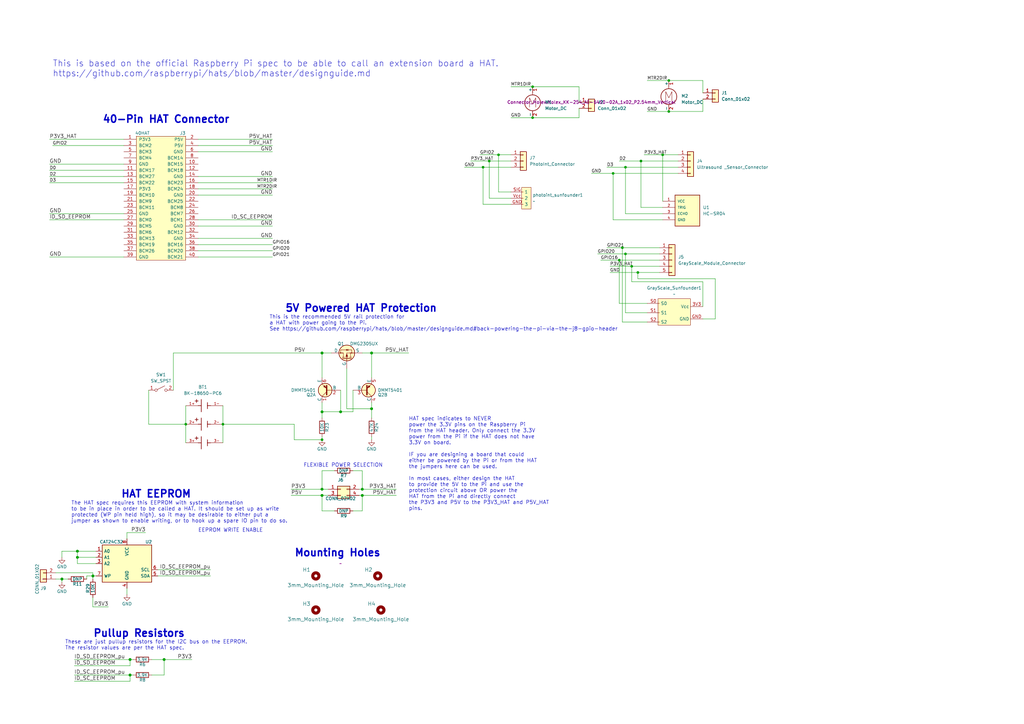
<source format=kicad_sch>
(kicad_sch (version 20250114) (generator "eeschema") (generator_version "9.0")
  (paper "A3")
  (title_block (title "Raspberry Pi HAT") (rev "A"))
  (lib_symbols
    (symbol "BK-18650-PC6:BK-18650-PC6" (pin_names (offset 1.016))
      (property "Reference" "BT" (at -3.81 11.43 0))
      (property "Value" "BK-18650-PC6" (at -3.81 -12.7 0))
      (symbol "BK-18650-PC6_0_0"
        (polyline (pts (xy -3.81 9.525) (xy -2.54 9.525)) (stroke (width 0.254)))
        (polyline (pts (xy -3.81 1.905) (xy -2.54 1.905)) (stroke (width 0.254)))
        (polyline (pts (xy -3.81 -5.715) (xy -2.54 -5.715)) (stroke (width 0.254)))
        (polyline (pts (xy -3.175 10.16) (xy -3.175 8.89)) (stroke (width 0.254)))
        (polyline (pts (xy -3.175 2.54) (xy -3.175 1.27)) (stroke (width 0.254)))
        (polyline (pts (xy -3.175 -5.08) (xy -3.175 -6.35)) (stroke (width 0.254)))
        (polyline (pts (xy -1.27 10.16) (xy -1.27 7.62)) (stroke (width 0.254)))
        (polyline (pts (xy -1.27 7.62) (xy -2.54 7.62)) (stroke (width 0.254)))
        (polyline (pts (xy -1.27 7.62) (xy -1.27 5.08)) (stroke (width 0.254)))
        (polyline (pts (xy -1.27 2.54) (xy -1.27 0)) (stroke (width 0.254)))
        (polyline (pts (xy -1.27 0) (xy -2.54 0)) (stroke (width 0.254)))
        (polyline (pts (xy -1.27 0) (xy -1.27 -2.54)) (stroke (width 0.254)))
        (polyline (pts (xy -1.27 -5.08) (xy -1.27 -7.62)) (stroke (width 0.254)))
        (polyline (pts (xy -1.27 -7.62) (xy -2.54 -7.62)) (stroke (width 0.254)))
        (polyline (pts (xy -1.27 -7.62) (xy -1.27 -10.16)) (stroke (width 0.254)))
        (polyline (pts (xy 1.27 8.89) (xy 1.27 7.62)) (stroke (width 0.254)))
        (polyline (pts (xy 1.27 7.62) (xy 1.27 6.35)) (stroke (width 0.254)))
        (polyline (pts (xy 1.27 7.62) (xy 2.54 7.62)) (stroke (width 0.254)))
        (polyline (pts (xy 1.27 1.27) (xy 1.27 0)) (stroke (width 0.254)))
        (polyline (pts (xy 1.27 0) (xy 1.27 -1.27)) (stroke (width 0.254)))
        (polyline (pts (xy 1.27 0) (xy 2.54 0)) (stroke (width 0.254)))
        (polyline (pts (xy 1.27 -6.35) (xy 1.27 -7.62)) (stroke (width 0.254)))
        (polyline (pts (xy 1.27 -7.62) (xy 1.27 -8.89)) (stroke (width 0.254)))
        (polyline (pts (xy 1.27 -7.62) (xy 2.54 -7.62)) (stroke (width 0.254)))
        (pin passive line (at -7.62 7.62 0) (length 5.08) (name "~") (number "1+"))
        (pin passive line (at -7.62 0 0) (length 5.08) (name "~") (number "2+"))
        (pin passive line (at -7.62 -7.62 0) (length 5.08) (name "~") (number "3+"))
        (pin passive line (at 7.62 7.62 180) (length 5.08) (name "~") (number "1-"))
        (pin passive line (at 7.62 0 180) (length 5.08) (name "~") (number "2-"))
        (pin passive line (at 7.62 -7.62 180) (length 5.08) (name "~") (number "3-"))
      )
    )
    (symbol "Conn_01x02_1" (pin_names (offset 1.016) (hide yes))
      (property "Reference" "J1" (at 2.54 0.0001 0))
      (property "Value" "Conn_01x02" (at 2.54 -2.5399 0))
      (symbol "Conn_01x02_1_1_1"
        (rectangle (start -1.27 1.27) (end 1.27 -3.81) (stroke (width 0.254)) (fill (type background)))
        (rectangle (start -1.27 0.127) (end 0 -0.127) (stroke (width 0.1524)))
        (rectangle (start -1.27 -2.413) (end 0 -2.667) (stroke (width 0.1524)))
        (pin input line (at -5.08 0 0) (length 3.81) (name "Pin_1") (number "1"))
        (pin power_in line (at -5.08 -2.54 0) (length 3.81) (name "Pin_2") (number "2"))
      )
    )
    (symbol "Conn_01x02_2" (pin_names (offset 1.016) (hide yes))
      (property "Reference" "J2" (at 2.54 0.0001 0))
      (property "Value" "Conn_01x02" (at 2.54 -2.5399 0))
      (symbol "Conn_01x02_2_1_1"
        (rectangle (start -1.27 1.27) (end 1.27 -3.81) (stroke (width 0.254)) (fill (type background)))
        (rectangle (start -1.27 0.127) (end 0 -0.127) (stroke (width 0.1524)))
        (rectangle (start -1.27 -2.413) (end 0 -2.667) (stroke (width 0.1524)))
        (pin input line (at -5.08 0 0) (length 3.81) (name "Pin_1") (number "1"))
        (pin power_in line (at -5.08 -2.54 0) (length 3.81) (name "Pin_2") (number "2"))
      )
    )
    (symbol "Connector_Generic:Conn_01x02" (pin_names (offset 1.016) (hide yes))
      (property "Reference" "J" (at 0 2.54 0))
      (property "Value" "Conn_01x02" (at 0 -5.08 0))
      (symbol "Conn_01x02_1_1"
        (rectangle (start -1.27 1.27) (end 1.27 -3.81) (stroke (width 0.254)) (fill (type background)))
        (rectangle (start -1.27 0.127) (end 0 -0.127) (stroke (width 0.1524)))
        (rectangle (start -1.27 -2.413) (end 0 -2.667) (stroke (width 0.1524)))
        (pin passive line (at -5.08 0 0) (length 3.81) (name "Pin_1") (number "1"))
        (pin passive line (at -5.08 -2.54 0) (length 3.81) (name "Pin_2") (number "2"))
      )
    )
    (symbol "Connector_Generic:Conn_01x03" (pin_names (offset 1.016) (hide yes))
      (property "Reference" "J7" (at 2.54 1.2701 0))
      (property "Value" "PhotoInt_Connector" (at 2.54 -1.2699 0))
      (symbol "Conn_01x03_1_1"
        (rectangle (start -1.27 3.81) (end 1.27 -3.81) (stroke (width 0.254)) (fill (type background)))
        (rectangle (start -1.27 2.667) (end 0 2.413) (stroke (width 0.1524)))
        (rectangle (start -1.27 0.127) (end 0 -0.127) (stroke (width 0.1524)))
        (rectangle (start -1.27 -2.413) (end 0 -2.667) (stroke (width 0.1524)))
        (pin output line (at -5.08 2.54 0) (length 3.81) (name "SIG") (number "1"))
        (pin power_in line (at -5.08 0 0) (length 3.81) (name "Vcc") (number "2"))
        (pin power_in line (at -5.08 -2.54 0) (length 3.81) (name "GND") (number "3"))
      )
    )
    (symbol "Connector_Generic:Conn_01x04" (pin_names (offset 1.016) (hide yes))
      (property "Reference" "J4" (at 2.54 0.0001 0))
      (property "Value" "Ultrasound _Sensor_Connector" (at 2.54 -2.5399 0))
      (symbol "Conn_01x04_1_1"
        (rectangle (start -1.27 3.81) (end 1.27 -6.35) (stroke (width 0.254)) (fill (type background)))
        (rectangle (start -1.27 2.667) (end 0 2.413) (stroke (width 0.1524)))
        (rectangle (start -1.27 0.127) (end 0 -0.127) (stroke (width 0.1524)))
        (rectangle (start -1.27 -2.413) (end 0 -2.667) (stroke (width 0.1524)))
        (rectangle (start -1.27 -4.953) (end 0 -5.207) (stroke (width 0.1524)))
        (pin power_in line (at -5.08 2.54 0) (length 3.81) (name "Vcc") (number "1"))
        (pin input line (at -5.08 0 0) (length 3.81) (name "Trig") (number "2"))
        (pin output line (at -5.08 -2.54 0) (length 3.81) (name "ECHO") (number "3"))
        (pin power_in line (at -5.08 -5.08 0) (length 3.81) (name "GND") (number "4"))
      )
    )
    (symbol "Connector_Generic:Conn_01x05" (pin_names (offset 1.016) (hide yes))
      (property "Reference" "J5" (at 2.54 1.2701 0))
      (property "Value" "GrayScale_Module_Connector" (at 2.54 -1.2699 0))
      (symbol "Conn_01x05_1_1"
        (rectangle (start -1.27 6.35) (end 1.27 -6.35) (stroke (width 0.254)) (fill (type background)))
        (rectangle (start -1.27 5.207) (end 0 4.953) (stroke (width 0.1524)))
        (rectangle (start -1.27 2.667) (end 0 2.413) (stroke (width 0.1524)))
        (rectangle (start -1.27 0.127) (end 0 -0.127) (stroke (width 0.1524)))
        (rectangle (start -1.27 -2.413) (end 0 -2.667) (stroke (width 0.1524)))
        (rectangle (start -1.27 -4.953) (end 0 -5.207) (stroke (width 0.1524)))
        (pin output line (at -5.08 5.08 0) (length 3.81) (name "S2") (number "1"))
        (pin output line (at -5.08 2.54 0) (length 3.81) (name "S1") (number "2"))
        (pin output line (at -5.08 0 0) (length 3.81) (name "S0") (number "3"))
        (pin power_in line (at -5.08 -2.54 0) (length 3.81) (name "3V3") (number "4"))
        (pin power_in line (at -5.08 -5.08 0) (length 3.81) (name "GND") (number "5"))
      )
    )
    (symbol "Connector_Generic:Conn_02x02_Odd_Even" (pin_names (offset 1.016) (hide yes))
      (property "Reference" "J" (at 1.27 2.54 0))
      (property "Value" "Conn_02x02_Odd_Even" (at 1.27 -5.08 0))
      (symbol "Conn_02x02_Odd_Even_1_1"
        (rectangle (start -1.27 1.27) (end 3.81 -3.81) (stroke (width 0.254)) (fill (type background)))
        (rectangle (start -1.27 0.127) (end 0 -0.127) (stroke (width 0.1524)))
        (rectangle (start -1.27 -2.413) (end 0 -2.667) (stroke (width 0.1524)))
        (rectangle (start 3.81 0.127) (end 2.54 -0.127) (stroke (width 0.1524)))
        (rectangle (start 3.81 -2.413) (end 2.54 -2.667) (stroke (width 0.1524)))
        (pin passive line (at -5.08 0 0) (length 3.81) (name "Pin_1") (number "1"))
        (pin passive line (at -5.08 -2.54 0) (length 3.81) (name "Pin_3") (number "3"))
        (pin passive line (at 7.62 0 180) (length 3.81) (name "Pin_2") (number "2"))
        (pin passive line (at 7.62 -2.54 180) (length 3.81) (name "Pin_4") (number "4"))
      )
    )
    (symbol "Custom_library:Grayscale_Sunfounder"
      (property "Reference" "GrayScale_Sunfounder" (at 0 0 0))
      (symbol "Grayscale_Sunfounder_1_1"
        (rectangle (start -5.715 -3.175) (end 7.62 -13.97) (fill (type color) (color 255 255 194 1)))
        (pin output line (at -10.16 -5.08 0) (length 5.08) (name "S0") (number "S0"))
        (pin output line (at -10.16 -8.89 0) (length 5.08) (name "S1") (number "S1"))
        (pin output line (at -10.16 -12.7 0) (length 5.08) (name "S2") (number "S2"))
        (pin power_in line (at 12.7 -6.35 180) (length 5.08) (name "Vcc") (number "3V3"))
        (pin power_in line (at 12.7 -11.43 180) (length 5.08) (name "GND") (number "GND"))
      )
    )
    (symbol "Custom_library:photointerupter_sunfounder"
      (property "Reference" "photoint_sunfounder" (at 0 0 0))
      (symbol "photointerupter_sunfounder_1_1"
        (rectangle (start -1.905 -1.905) (end 1.905 -10.795) (fill (type background)))
        (pin output line (at -6.35 -3.81 0) (length 5.08) (name "1") (number "SIG"))
        (pin power_in line (at -6.35 -6.35 0) (length 5.08) (name "2") (number "Vcc"))
        (pin power_in line (at -6.35 -8.89 0) (length 5.08) (name "3") (number "GND"))
      )
    )
    (symbol "Device:R" (pin_numbers (hide yes)) (pin_names (offset 0))
      (property "Reference" "R" (at 2.032 0 90))
      (property "Value" "R" (at 0 0 90))
      (symbol "R_0_1"
        (rectangle (start -1.016 -2.54) (end 1.016 2.54) (stroke (width 0.254)))
      )
      (symbol "R_1_1"
        (pin passive line (at 0 3.81 270) (length 1.27) (name "~") (number "1"))
        (pin passive line (at 0 -3.81 90) (length 1.27) (name "~") (number "2"))
      )
    )
    (symbol "HC-SR04:HC-SR04" (pin_names (offset 1.016))
      (property "Reference" "U" (at 0 5.0813 0))
      (property "Value" "HC-SR04" (at 0 -10.163 0))
      (symbol "HC-SR04_0_0"
        (rectangle (start 0 -7.62) (end 10.16 5.08) (stroke (width 0.254)) (fill (type background)))
        (pin power_in line (at -5.08 2.54 0) (length 5.08) (name "VCC") (number "1"))
        (pin bidirectional line (at -5.08 0 0) (length 5.08) (name "TRIG") (number "2"))
        (pin bidirectional line (at -5.08 -2.54 0) (length 5.08) (name "ECHO") (number "3"))
        (pin power_in line (at -5.08 -5.08 0) (length 5.08) (name "GND") (number "4"))
      )
    )
    (symbol "Mechanical:MountingHole" (pin_names (offset 1.016))
      (property "Reference" "H" (at 0 5.08 0))
      (property "Value" "MountingHole" (at 0 3.175 0))
      (symbol "MountingHole_0_1"
        (circle (center 0 0) (radius 1.27) (stroke (width 1.27)))
      )
    )
    (symbol "Motor:Motor_DC" (pin_names (offset 0))
      (property "Reference" "M" (at 2.54 2.54 0))
      (property "Value" "Motor_DC" (at 2.54 -5.08 0))
      (symbol "Motor_DC_0_0"
        (polyline (pts (xy -1.27 -3.302) (xy -1.27 0.508) (xy 0 -2.032) (xy 1.27 0.508) (xy 1.27 -3.302)))
      )
      (symbol "Motor_DC_0_1"
        (polyline (pts (xy 0 2.032) (xy 0 2.54)))
        (polyline (pts (xy 0 1.7272) (xy 0 2.0828)))
        (circle (center 0 -1.524) (radius 3.2512) (stroke (width 0.254)))
        (polyline (pts (xy 0 -4.7752) (xy 0 -5.1816)))
        (polyline (pts (xy 0 -7.62) (xy 0 -7.112)))
      )
      (symbol "Motor_DC_1_1"
        (pin passive line (at 0 5.08 270) (length 2.54) (name "+") (number "1"))
        (pin passive line (at 0 -7.62 90) (length 2.54) (name "-") (number "2"))
      )
    )
    (symbol "Switch:SW_SPST" (pin_names (offset 0) (hide yes))
      (property "Reference" "SW" (at 0 3.175 0))
      (property "Value" "SW_SPST" (at 0 -2.54 0))
      (symbol "SW_SPST_0_0"
        (circle (center -2.032 0) (radius 0.508))
        (polyline (pts (xy -1.524 0.254) (xy 1.524 1.778)))
        (circle (center 2.032 0) (radius 0.508))
      )
      (symbol "SW_SPST_1_1"
        (pin passive line (at -5.08 0 0) (length 2.54) (name "A") (number "1"))
        (pin passive line (at 5.08 0 180) (length 2.54) (name "B") (number "2"))
      )
    )
    (symbol "power:GND" (power) (pin_names (offset 0))
      (property "Value" "GND" (at 0 -3.81 0))
      (symbol "GND_0_1"
        (polyline (pts (xy 0 0) (xy 0 -1.27) (xy 1.27 -1.27) (xy 0 -2.54) (xy -1.27 -1.27) (xy 0 -1.27)))
      )
      (symbol "GND_1_1"
        (pin power_in line (at 0 0 270) (length 0) (hide yes) (name "GND") (number "1"))
      )
    )
    (symbol "raspberrypi_hat:CAT24C32" (pin_names (offset 0.762))
      (property "Reference" "U" (at -8.89 8.89 0))
      (property "Value" "CAT24C32" (at 6.35 8.89 0))
      (symbol "CAT24C32_0_0"
        (pin power_in line (at 0 10.16 270) (length 2.54) (name "VCC") (number "8"))
        (pin power_in line (at 0 -10.16 90) (length 2.54) (name "GND") (number "4"))
      )
      (symbol "CAT24C32_1_1"
        (rectangle (start -10.16 -7.62) (end 10.16 7.62) (stroke (width 0.254)) (fill (type background)))
        (pin input line (at -12.7 5.08 0) (length 2.54) (name "A0") (number "1"))
        (pin input line (at -12.7 2.54 0) (length 2.54) (name "A1") (number "2"))
        (pin input line (at -12.7 0 0) (length 2.54) (name "A2") (number "3"))
        (pin input line (at -12.7 -5.08 0) (length 2.54) (name "WP") (number "7"))
        (pin input line (at 12.7 -2.54 180) (length 2.54) (name "SCL") (number "6"))
        (pin bidirectional line (at 12.7 -5.08 180) (length 2.54) (name "SDA") (number "5"))
      )
    )
    (symbol "raspberrypi_hat:DMG2305UX" (pin_numbers (hide yes)) (pin_names (offset 0))
      (property "Reference" "Q" (at -2.54 3.81 0))
      (property "Value" "DMG2305UX" (at 12.7 3.81 0))
      (symbol "DMG2305UX_0_1"
        (polyline (pts (xy -2.54 0) (xy -2.286 0)) (stroke (width 0.254)))
        (polyline (pts (xy -2.286 1.778) (xy -2.286 -1.905) (xy -2.286 -1.397) (xy -2.286 -1.651)) (stroke (width 0.254)))
        (polyline (pts (xy -1.778 1.905) (xy -1.778 0.889)))
        (polyline (pts (xy -1.778 1.397) (xy 0 1.397)))
        (polyline (pts (xy -1.778 0.508) (xy -1.778 -0.508)))
        (polyline (pts (xy -1.778 0) (xy 0 0)))
        (polyline (pts (xy -1.778 -1.016) (xy -1.778 -2.032)))
        (polyline (pts (xy -1.778 -1.524) (xy 0 -1.524)))
        (polyline (pts (xy -0.381 0) (xy -1.397 0.381) (xy -1.397 -0.381) (xy -0.381 0)) (fill (type outline)))
        (polyline (pts (xy 0 2.54) (xy 1.27 2.54) (xy 1.27 0.508) (xy 1.27 -2.032) (xy 0 -2.032)))
        (polyline (pts (xy 0 2.159) (xy 0 1.397)))
        (polyline (pts (xy 0 1.524) (xy 0 2.794)))
        (circle (center 0 0) (radius 3.2512) (stroke (width 0.254)) (fill (type background)))
        (polyline (pts (xy 0 -1.27) (xy 0 -2.032)))
        (polyline (pts (xy 0 -1.778) (xy 0 0)))
        (polyline (pts (xy 0 -2.032) (xy 0 -2.921)))
        (circle (center 0.0254 2.54) (radius 0.1778) (fill (type outline)))
        (circle (center 0.0254 -2.032) (radius 0.1524) (fill (type outline)))
        (polyline (pts (xy 0.889 -0.5334) (xy 1.6764 -0.508)))
        (polyline (pts (xy 1.27 -0.4572) (xy 0.9906 0.1524) (xy 1.524 0.1524) (xy 1.2446 -0.4572)) (fill (type outline)))
      )
      (symbol "DMG2305UX_1_1"
        (pin input line (at -6.35 0 0) (length 3.81) (name "G") (number "1"))
        (pin passive line (at 0 6.35 270) (length 3.81) (name "D") (number "3"))
        (pin passive line (at 0 -6.35 90) (length 3.81) (name "S") (number "2"))
      )
    )
    (symbol "raspberrypi_hat:DMMT5401" (pin_names (offset 0))
      (property "Reference" "Q" (at 5.08 1.905 0))
      (property "Value" "DMMT5401" (at 5.08 0 0))
      (property "Footprint" "SOT-26" (at 5.08 -1.905 0))
      (symbol "DMMT5401_0_1"
        (polyline (pts (xy 0 0) (xy 0.635 0)))
        (polyline (pts (xy 0.635 1.905) (xy 0.635 -1.905) (xy 0.635 -1.905)) (stroke (width 0.508)) (fill (type outline)))
        (circle (center 1.27 0) (radius 2.8194) (stroke (width 0.254)) (fill (type background)))
        (polyline (pts (xy 1.397 -1.905) (xy 1.905 -1.397) (xy 0.889 -0.889) (xy 1.397 -1.905) (xy 1.397 -1.905)) (fill (type outline)))
        (polyline (pts (xy 2.54 2.54) (xy 0.635 0.635)))
        (polyline (pts (xy 2.54 -2.54) (xy 0.635 -0.635)))
      )
      (symbol "DMMT5401_1_1"
        (pin input line (at -5.08 0 0) (length 5.08) (name "B") (number "2"))
        (pin passive line (at 2.54 5.08 270) (length 2.54) (name "C") (number "1"))
        (pin passive line (at 2.54 -5.08 90) (length 2.54) (name "E") (number "6"))
      )
      (symbol "DMMT5401_2_1"
        (pin input line (at -5.08 0 0) (length 5.08) (name "B") (number "3"))
        (pin passive line (at 2.54 5.08 270) (length 2.54) (name "C") (number "4"))
        (pin passive line (at 2.54 -5.08 90) (length 2.54) (name "E") (number "5"))
      )
    )
    (symbol "raspberrypi_hat:OX40HAT" (pin_names (offset 1.016))
      (property "Reference" "J" (at 8.89 2.54 0))
      (property "Value" "OX40HAT" (at -7.62 2.54 0))
      (symbol "OX40HAT_0_1"
        (rectangle (start -10.16 1.27) (end 10.16 -49.53) (fill (type background)))
      )
      (symbol "OX40HAT_1_1"
        (pin bidirectional line (at -15.24 0 0) (length 5.08) (name "P3V3") (number "1"))
        (pin bidirectional line (at -15.24 -2.54 0) (length 5.08) (name "BCM2") (number "3"))
        (pin bidirectional line (at -15.24 -5.08 0) (length 5.08) (name "BCM3") (number "5"))
        (pin bidirectional line (at -15.24 -7.62 0) (length 5.08) (name "BCM4") (number "7"))
        (pin bidirectional line (at -15.24 -10.16 0) (length 5.08) (name "GND") (number "9"))
        (pin bidirectional line (at -15.24 -12.7 0) (length 5.08) (name "BCM17") (number "11"))
        (pin bidirectional line (at -15.24 -15.24 0) (length 5.08) (name "BCM27") (number "13"))
        (pin bidirectional line (at -15.24 -17.78 0) (length 5.08) (name "BCM22") (number "15"))
        (pin bidirectional line (at -15.24 -20.32 0) (length 5.08) (name "P3V3") (number "17"))
        (pin bidirectional line (at -15.24 -22.86 0) (length 5.08) (name "BCM10") (number "19"))
        (pin bidirectional line (at -15.24 -25.4 0) (length 5.08) (name "BCM9") (number "21"))
        (pin bidirectional line (at -15.24 -27.94 0) (length 5.08) (name "BCM11") (number "23"))
        (pin bidirectional line (at -15.24 -30.48 0) (length 5.08) (name "GND") (number "25"))
        (pin bidirectional line (at -15.24 -33.02 0) (length 5.08) (name "BCM0") (number "27"))
        (pin bidirectional line (at -15.24 -35.56 0) (length 5.08) (name "BCM5") (number "29"))
        (pin bidirectional line (at -15.24 -38.1 0) (length 5.08) (name "BCM6") (number "31"))
        (pin bidirectional line (at -15.24 -40.64 0) (length 5.08) (name "BCM13") (number "33"))
        (pin bidirectional line (at -15.24 -43.18 0) (length 5.08) (name "BCM19") (number "35"))
        (pin bidirectional line (at -15.24 -45.72 0) (length 5.08) (name "BCM26") (number "37"))
        (pin bidirectional line (at -15.24 -48.26 0) (length 5.08) (name "GND") (number "39"))
        (pin bidirectional line (at 15.24 0 180) (length 5.08) (name "P5V") (number "2"))
        (pin bidirectional line (at 15.24 -2.54 180) (length 5.08) (name "P5V") (number "4"))
        (pin bidirectional line (at 15.24 -5.08 180) (length 5.08) (name "GND") (number "6"))
        (pin bidirectional line (at 15.24 -7.62 180) (length 5.08) (name "BCM14") (number "8"))
        (pin bidirectional line (at 15.24 -10.16 180) (length 5.08) (name "BCM15") (number "10"))
        (pin bidirectional line (at 15.24 -12.7 180) (length 5.08) (name "BCM18") (number "12"))
        (pin bidirectional line (at 15.24 -15.24 180) (length 5.08) (name "GND") (number "14"))
        (pin bidirectional line (at 15.24 -17.78 180) (length 5.08) (name "BCM23") (number "16"))
        (pin bidirectional line (at 15.24 -20.32 180) (length 5.08) (name "BCM24") (number "18"))
        (pin bidirectional line (at 15.24 -22.86 180) (length 5.08) (name "GND") (number "20"))
        (pin bidirectional line (at 15.24 -25.4 180) (length 5.08) (name "BCM25") (number "22"))
        (pin bidirectional line (at 15.24 -27.94 180) (length 5.08) (name "BCM8") (number "24"))
        (pin bidirectional line (at 15.24 -30.48 180) (length 5.08) (name "BCM7") (number "26"))
        (pin bidirectional line (at 15.24 -33.02 180) (length 5.08) (name "BCM1") (number "28"))
        (pin bidirectional line (at 15.24 -35.56 180) (length 5.08) (name "GND") (number "30"))
        (pin bidirectional line (at 15.24 -38.1 180) (length 5.08) (name "BCM12") (number "32"))
        (pin bidirectional line (at 15.24 -40.64 180) (length 5.08) (name "GND") (number "34"))
        (pin bidirectional line (at 15.24 -43.18 180) (length 5.08) (name "BCM16") (number "36"))
        (pin bidirectional line (at 15.24 -45.72 180) (length 5.08) (name "BCM20") (number "38"))
        (pin bidirectional line (at 15.24 -48.26 180) (length 5.08) (name "BCM21") (number "40"))
      )
    )
  )
  (text "This is based on the official Raspberry Pi spec to be able to call an extension board a HAT.\nhttps://github.com/raspberrypi/hats/blob/master/designguide.md" (at 21.59 31.75 0) (effects (font (size 2.54 2.54)) (justify left bottom)))
  (text "This is the recommended 5V rail protection for \na HAT with power going to the Pi.\nSee https://github.com/raspberrypi/hats/blob/master/designguide.md#back-powering-the-pi-via-the-j8-gpio-header" (at 110.49 135.89 0) (effects (font (size 1.524 1.524)) (justify left bottom)))
  (text "The HAT spec requires this EEPROM with system information\nto be in place in order to be called a HAT. It should be set up as write\nprotected (WP pin held high), so it may be desirable to either put a \njumper as shown to enable writing, or to hook up a spare IO pin to do so." (at 29.21 214.63 0) (effects (font (size 1.524 1.524)) (justify left bottom)))
  (text "5V Powered HAT Protection" (at 116.84 128.27 0) (effects (font (size 2.9972 2.9972) (thickness 0.5994) (bold yes)) (justify left bottom)))
  (text "HAT spec indicates to NEVER\npower the 3.3V pins on the Raspberry Pi \nfrom the HAT header. Only connect the 3.3V\npower from the Pi if the HAT does not have\n3.3V on board.\n\nIF you are designing a board that could\neither be powered by the Pi or from the HAT\nthe jumpers here can be used.\n\nIn most cases, either design the HAT \nto provide the 5V to the Pi and use the\nprotection circuit above OR power the\nHAT from the Pi and directly connect\nthe P3V3 and P5V to the P3V3_HAT and P5V_HAT\npins." (at 167.64 209.55 0) (effects (font (size 1.524 1.524)) (justify left bottom)))
  (text "40-Pin HAT Connector" (at 41.91 50.8 0) (effects (font (size 2.9972 2.9972) (thickness 0.5994) (bold yes)) (justify left bottom)))
  (text "Mounting Holes" (at 120.65 228.6 0) (effects (font (size 2.9972 2.9972) (thickness 0.5994) (bold yes)) (justify left bottom)))
  (text "HAT EEPROM" (at 49.53 204.47 0) (effects (font (size 2.9972 2.9972) (thickness 0.5994) (bold yes)) (justify left bottom)))
  (text "These are just pullup resistors for the I2C bus on the EEPROM.\nThe resistor values are per the HAT spec." (at 26.67 266.7 0) (effects (font (size 1.524 1.524)) (justify left bottom)))
  (text "EEPROM WRITE ENABLE" (at 81.28 218.44 0) (effects (font (size 1.524 1.524)) (justify left bottom)))
  (text "FLEXIBLE POWER SELECTION" (at 124.46 191.77 0) (effects (font (size 1.524 1.524)) (justify left bottom)))
  (text "Pullup Resistors" (at 38.1 261.62 0) (effects (font (size 2.9972 2.9972) (thickness 0.5994) (bold yes)) (justify left bottom)))
  (junction (at 38.1 236.22) (diameter 1.016))
  (junction (at 152.4 167.64) (diameter 1.016))
  (junction (at 152.4 144.78) (diameter 1.016))
  (junction (at 255.27 101.6))
  (junction (at 262.89 66.04))
  (junction (at 254 106.68))
  (junction (at 256.54 104.14))
  (junction (at 132.08 144.78) (diameter 1.016))
  (junction (at 200.66 66.04))
  (junction (at 198.12 68.58))
  (junction (at 259.08 109.22))
  (junction (at 76.2 173.99))
  (junction (at 53.34 276.86) (diameter 1.016))
  (junction (at 274.32 45.72))
  (junction (at 139.7 168.91) (diameter 1.016))
  (junction (at 67.31 270.51) (diameter 1.016))
  (junction (at 132.08 200.66) (diameter 1.016))
  (junction (at 53.34 270.51) (diameter 1.016))
  (junction (at 204.47 63.5))
  (junction (at 271.78 63.5))
  (junction (at 25.4 237.49) (diameter 1.016))
  (junction (at 251.46 71.12))
  (junction (at 31.75 226.06) (diameter 1.016))
  (junction (at 132.08 180.34))
  (junction (at 31.75 228.6) (diameter 1.016))
  (junction (at 218.44 48.26))
  (junction (at 148.59 203.2) (diameter 1.016))
  (junction (at 132.08 168.91) (diameter 1.016))
  (junction (at 132.08 203.2) (diameter 1.016))
  (junction (at 256.54 68.58))
  (junction (at 91.44 173.99))
  (junction (at 274.32 33.02))
  (junction (at 261.62 111.76))
  (junction (at 148.59 200.66) (diameter 1.016))
  (junction (at 218.44 35.56))
  (wire (pts (xy 81.28 80.01) (xy 111.76 80.01)))
  (wire (pts (xy 31.75 226.06) (xy 31.75 228.6)))
  (wire (pts (xy 148.59 144.78) (xy 152.4 144.78)))
  (wire (pts (xy 44.45 248.92) (xy 38.1 248.92)))
  (wire (pts (xy 71.12 144.78) (xy 71.12 160.02)))
  (wire (pts (xy 91.44 173.99) (xy 120.65 173.99)))
  (wire (pts (xy 30.48 276.86) (xy 53.34 276.86)))
  (wire (pts (xy 30.48 270.51) (xy 53.34 270.51)))
  (wire (pts (xy 147.32 203.2) (xy 148.59 203.2)))
  (wire (pts (xy 237.49 44.45) (xy 237.49 48.26)))
  (wire (pts (xy 50.8 87.63) (xy 20.32 87.63)))
  (wire (pts (xy 261.62 114.3) (xy 261.62 111.76)))
  (wire (pts (xy 147.32 200.66) (xy 148.59 200.66)))
  (wire (pts (xy 250.19 109.22) (xy 259.08 109.22)))
  (wire (pts (xy 237.49 41.91) (xy 237.49 35.56)))
  (wire (pts (xy 132.08 193.04) (xy 132.08 200.66)))
  (wire (pts (xy 293.37 114.3) (xy 261.62 114.3)))
  (wire (pts (xy 50.8 105.41) (xy 20.32 105.41)))
  (wire (pts (xy 254 124.46) (xy 254 106.68)))
  (wire (pts (xy 53.34 273.05) (xy 30.48 273.05)))
  (wire (pts (xy 81.28 92.71) (xy 111.76 92.71)))
  (wire (pts (xy 265.43 33.02) (xy 274.32 33.02)))
  (wire (pts (xy 31.75 231.14) (xy 39.37 231.14)))
  (wire (pts (xy 200.66 81.28) (xy 200.66 66.04)))
  (wire (pts (xy 60.96 173.99) (xy 76.2 173.99)))
  (wire (pts (xy 265.43 132.08) (xy 255.27 132.08)))
  (wire (pts (xy 148.59 203.2) (xy 162.56 203.2)))
  (wire (pts (xy 50.8 90.17) (xy 20.32 90.17)))
  (wire (pts (xy 132.08 200.66) (xy 134.62 200.66)))
  (wire (pts (xy 25.4 237.49) (xy 27.94 237.49)))
  (wire (pts (xy 254 66.04) (xy 262.89 66.04)))
  (wire (pts (xy 256.54 104.14) (xy 270.51 104.14)))
  (wire (pts (xy 255.27 101.6) (xy 270.51 101.6)))
  (wire (pts (xy 200.66 66.04) (xy 209.55 66.04)))
  (wire (pts (xy 255.27 132.08) (xy 255.27 101.6)))
  (wire (pts (xy 209.55 81.28) (xy 200.66 81.28)))
  (wire (pts (xy 71.12 144.78) (xy 132.08 144.78)))
  (wire (pts (xy 81.28 62.23) (xy 111.76 62.23)))
  (wire (pts (xy 256.54 128.27) (xy 256.54 104.14)))
  (wire (pts (xy 262.89 85.09) (xy 262.89 66.04)))
  (wire (pts (xy 271.78 90.17) (xy 251.46 90.17)))
  (wire (pts (xy 81.28 90.17) (xy 111.76 90.17)))
  (wire (pts (xy 53.34 273.05) (xy 53.34 270.51)))
  (wire (pts (xy 139.7 160.02) (xy 139.7 168.91)))
  (wire (pts (xy 148.59 193.04) (xy 144.78 193.04)))
  (wire (pts (xy 250.19 111.76) (xy 261.62 111.76)))
  (wire (pts (xy 209.55 35.56) (xy 218.44 35.56)))
  (wire (pts (xy 132.08 168.91) (xy 139.7 168.91)))
  (wire (pts (xy 53.34 279.4) (xy 30.48 279.4)))
  (wire (pts (xy 20.32 69.85) (xy 50.8 69.85)))
  (wire (pts (xy 67.31 270.51) (xy 78.74 270.51)))
  (wire (pts (xy 53.34 270.51) (xy 54.61 270.51)))
  (wire (pts (xy 132.08 203.2) (xy 134.62 203.2)))
  (wire (pts (xy 144.78 168.91) (xy 144.78 160.02)))
  (wire (pts (xy 152.4 167.64) (xy 152.4 171.45)))
  (wire (pts (xy 251.46 90.17) (xy 251.46 71.12)))
  (wire (pts (xy 52.07 241.3) (xy 52.07 243.84)))
  (wire (pts (xy 132.08 168.91) (xy 132.08 171.45)))
  (wire (pts (xy 50.8 67.31) (xy 20.32 67.31)))
  (wire (pts (xy 132.08 209.55) (xy 137.16 209.55)))
  (wire (pts (xy 20.32 74.93) (xy 50.8 74.93)))
  (wire (pts (xy 120.65 173.99) (xy 120.65 180.34)))
  (wire (pts (xy 152.4 180.34) (xy 152.4 179.07)))
  (wire (pts (xy 38.1 234.95) (xy 38.1 236.22)))
  (wire (pts (xy 91.44 166.37) (xy 91.44 173.99)))
  (wire (pts (xy 81.28 57.15) (xy 111.76 57.15)))
  (wire (pts (xy 293.37 130.81) (xy 293.37 114.3)))
  (wire (pts (xy 190.5 68.58) (xy 198.12 68.58)))
  (wire (pts (xy 76.2 166.37) (xy 76.2 173.99)))
  (wire (pts (xy 288.29 130.81) (xy 293.37 130.81)))
  (wire (pts (xy 265.43 45.72) (xy 274.32 45.72)))
  (wire (pts (xy 209.55 78.74) (xy 204.47 78.74)))
  (wire (pts (xy 259.08 115.57) (xy 259.08 109.22)))
  (wire (pts (xy 288.29 38.1) (xy 288.29 33.02)))
  (wire (pts (xy 132.08 203.2) (xy 132.08 209.55)))
  (wire (pts (xy 132.08 165.1) (xy 132.08 168.91)))
  (wire (pts (xy 259.08 109.22) (xy 270.51 109.22)))
  (wire (pts (xy 120.65 180.34) (xy 132.08 180.34)))
  (wire (pts (xy 144.78 209.55) (xy 148.59 209.55)))
  (wire (pts (xy 288.29 125.73) (xy 288.29 115.57)))
  (wire (pts (xy 254 106.68) (xy 270.51 106.68)))
  (wire (pts (xy 288.29 33.02) (xy 274.32 33.02)))
  (wire (pts (xy 204.47 78.74) (xy 204.47 63.5)))
  (wire (pts (xy 262.89 66.04) (xy 278.13 66.04)))
  (wire (pts (xy 142.24 167.64) (xy 152.4 167.64)))
  (wire (pts (xy 119.38 203.2) (xy 132.08 203.2)))
  (wire (pts (xy 35.56 236.22) (xy 35.56 237.49)))
  (wire (pts (xy 209.55 48.26) (xy 218.44 48.26)))
  (wire (pts (xy 148.59 200.66) (xy 162.56 200.66)))
  (wire (pts (xy 67.31 276.86) (xy 67.31 270.51)))
  (wire (pts (xy 53.34 279.4) (xy 53.34 276.86)))
  (wire (pts (xy 288.29 40.64) (xy 288.29 45.72)))
  (wire (pts (xy 25.4 226.06) (xy 25.4 228.6)))
  (wire (pts (xy 25.4 238.76) (xy 25.4 237.49)))
  (wire (pts (xy 20.32 72.39) (xy 50.8 72.39)))
  (wire (pts (xy 204.47 63.5) (xy 209.55 63.5)))
  (wire (pts (xy 52.07 218.44) (xy 52.07 220.98)))
  (wire (pts (xy 81.28 72.39) (xy 111.76 72.39)))
  (wire (pts (xy 248.92 68.58) (xy 256.54 68.58)))
  (wire (pts (xy 288.29 45.72) (xy 274.32 45.72)))
  (wire (pts (xy 52.07 218.44) (xy 59.69 218.44)))
  (wire (pts (xy 271.78 63.5) (xy 278.13 63.5)))
  (wire (pts (xy 31.75 226.06) (xy 39.37 226.06)))
  (wire (pts (xy 264.16 63.5) (xy 271.78 63.5)))
  (wire (pts (xy 132.08 154.94) (xy 132.08 144.78)))
  (wire (pts (xy 25.4 226.06) (xy 31.75 226.06)))
  (wire (pts (xy 271.78 82.55) (xy 271.78 63.5)))
  (wire (pts (xy 38.1 236.22) (xy 38.1 237.49)))
  (wire (pts (xy 38.1 236.22) (xy 39.37 236.22)))
  (wire (pts (xy 152.4 144.78) (xy 167.64 144.78)))
  (wire (pts (xy 209.55 83.82) (xy 198.12 83.82)))
  (wire (pts (xy 60.96 173.99) (xy 60.96 160.02)))
  (wire (pts (xy 245.11 104.14) (xy 256.54 104.14)))
  (wire (pts (xy 81.28 100.33) (xy 111.76 100.33)))
  (wire (pts (xy 81.28 74.93) (xy 111.76 74.93)))
  (wire (pts (xy 62.23 270.51) (xy 67.31 270.51)))
  (wire (pts (xy 81.28 59.69) (xy 111.76 59.69)))
  (wire (pts (xy 81.28 97.79) (xy 111.76 97.79)))
  (wire (pts (xy 251.46 71.12) (xy 278.13 71.12)))
  (wire (pts (xy 152.4 154.94) (xy 152.4 144.78)))
  (wire (pts (xy 271.78 87.63) (xy 256.54 87.63)))
  (wire (pts (xy 198.12 83.82) (xy 198.12 68.58)))
  (wire (pts (xy 86.36 236.22) (xy 64.77 236.22)))
  (wire (pts (xy 50.8 57.15) (xy 20.32 57.15)))
  (wire (pts (xy 81.28 105.41) (xy 111.76 105.41)))
  (wire (pts (xy 139.7 168.91) (xy 144.78 168.91)))
  (wire (pts (xy 22.86 237.49) (xy 25.4 237.49)))
  (wire (pts (xy 152.4 165.1) (xy 152.4 167.64)))
  (wire (pts (xy 91.44 173.99) (xy 91.44 181.61)))
  (wire (pts (xy 22.86 234.95) (xy 38.1 234.95)))
  (wire (pts (xy 256.54 68.58) (xy 278.13 68.58)))
  (wire (pts (xy 246.38 106.68) (xy 254 106.68)))
  (wire (pts (xy 288.29 115.57) (xy 259.08 115.57)))
  (wire (pts (xy 271.78 85.09) (xy 262.89 85.09)))
  (wire (pts (xy 198.12 68.58) (xy 209.55 68.58)))
  (wire (pts (xy 21.59 59.69) (xy 50.8 59.69)))
  (wire (pts (xy 39.37 228.6) (xy 31.75 228.6)))
  (wire (pts (xy 261.62 111.76) (xy 270.51 111.76)))
  (wire (pts (xy 35.56 236.22) (xy 38.1 236.22)))
  (wire (pts (xy 64.77 233.68) (xy 86.36 233.68)))
  (wire (pts (xy 53.34 276.86) (xy 54.61 276.86)))
  (wire (pts (xy 265.43 128.27) (xy 256.54 128.27)))
  (wire (pts (xy 119.38 200.66) (xy 132.08 200.66)))
  (wire (pts (xy 81.28 102.87) (xy 111.76 102.87)))
  (wire (pts (xy 148.59 209.55) (xy 148.59 203.2)))
  (wire (pts (xy 31.75 228.6) (xy 31.75 231.14)))
  (wire (pts (xy 38.1 248.92) (xy 38.1 245.11)))
  (wire (pts (xy 67.31 276.86) (xy 62.23 276.86)))
  (wire (pts (xy 248.92 101.6) (xy 255.27 101.6)))
  (wire (pts (xy 237.49 35.56) (xy 218.44 35.56)))
  (wire (pts (xy 237.49 48.26) (xy 218.44 48.26)))
  (wire (pts (xy 137.16 193.04) (xy 132.08 193.04)))
  (wire (pts (xy 76.2 173.99) (xy 76.2 181.61)))
  (wire (pts (xy 142.24 151.13) (xy 142.24 167.64)))
  (wire (pts (xy 256.54 87.63) (xy 256.54 68.58)))
  (wire (pts (xy 81.28 77.47) (xy 111.76 77.47)))
  (wire (pts (xy 265.43 124.46) (xy 254 124.46)))
  (wire (pts (xy 196.85 63.5) (xy 204.47 63.5)))
  (wire (pts (xy 193.04 66.04) (xy 200.66 66.04)))
  (wire (pts (xy 132.08 144.78) (xy 135.89 144.78)))
  (wire (pts (xy 242.57 71.12) (xy 251.46 71.12)))
  (wire (pts (xy 148.59 200.66) (xy 148.59 193.04)))
  (wire (pts (xy 132.08 180.34) (xy 132.08 179.07)))
  (label "ID_SD_EEPROM" (at 20.32 90.17 0) (effects (font (size 1.524 1.524))))
  (label "GND" (at 242.57 71.12 0))
  (label "GPIO20" (at 245.11 104.14 0))
  (label "D2" (at 20.32 72.39 0))
  (label "GND" (at 20.32 105.41 0) (effects (font (size 1.524 1.524))))
  (label "MTR2DIR" (at 105.41 77.47 0))
  (label "GND" (at 265.43 45.72 0))
  (label "GPIO21" (at 111.76 105.41 0))
  (label "GND" (at 111.76 92.71 180) (effects (font (size 1.524 1.524))))
  (label "GND" (at 111.76 72.39 180) (effects (font (size 1.524 1.524))))
  (label "ID_SD_EEPROM" (at 30.48 273.05 0) (effects (font (size 1.524 1.524))))
  (label "P5V_HAT" (at 111.76 59.69 180) (effects (font (size 1.524 1.524))))
  (label "ID_SC_EEPROM_pu" (at 30.48 276.86 0) (effects (font (size 1.524 1.524))))
  (label "GND" (at 209.55 48.26 0))
  (label "GND" (at 250.19 111.76 0))
  (label "ID_SD_EEPROM_pu" (at 86.36 236.22 180) (effects (font (size 1.524 1.524))))
  (label "P5V_HAT" (at 162.56 203.2 180) (effects (font (size 1.524 1.524))))
  (label "P3V3_HAT" (at 250.19 109.22 0))
  (label "P5V" (at 120.65 144.78 0) (effects (font (size 1.524 1.524))))
  (label "P3V3_HAT" (at 20.32 57.15 0) (effects (font (size 1.524 1.524))))
  (label "ID_SC_EEPROM_pu" (at 86.36 233.68 180) (effects (font (size 1.524 1.524))))
  (label "MTR1DIR" (at 105.41 74.93 0))
  (label "D0" (at 20.32 69.85 0))
  (label "P3V3" (at 78.74 270.51 180) (effects (font (size 1.524 1.524))))
  (label "MTR1DIR" (at 209.55 35.56 0))
  (label "GND" (at 111.76 62.23 180) (effects (font (size 1.524 1.524))))
  (label "ID_SC_EEPROM" (at 111.76 90.17 180) (effects (font (size 1.524 1.524))))
  (label "P3V3" (at 119.38 200.66 0) (effects (font (size 1.524 1.524))))
  (label "GPIO16" (at 111.76 100.33 0))
  (label "GND" (at 20.32 87.63 0) (effects (font (size 1.524 1.524))))
  (label "P5V" (at 119.38 203.2 0) (effects (font (size 1.524 1.524))))
  (label "D2" (at 254 66.04 0))
  (label "GPIO2" (at 21.59 59.69 0))
  (label "GND" (at 20.32 67.31 0) (effects (font (size 1.524 1.524))))
  (label "GPIO16" (at 246.38 106.68 0))
  (label "P5V_HAT" (at 167.64 144.78 180) (effects (font (size 1.524 1.524))))
  (label "GND" (at 111.76 97.79 180) (effects (font (size 1.524 1.524))))
  (label "ID_SC_EEPROM" (at 30.48 279.4 0) (effects (font (size 1.524 1.524))))
  (label "GPIO21" (at 248.92 101.6 0))
  (label "P5V_HAT" (at 111.76 57.15 180) (effects (font (size 1.524 1.524))))
  (label "P3V3_HAT" (at 193.04 66.04 0))
  (label "GND" (at 190.5 68.58 0))
  (label "D3" (at 248.92 68.58 0))
  (label "P3V3_HAT" (at 162.56 200.66 180) (effects (font (size 1.524 1.524))))
  (label "GPIO20" (at 111.76 102.87 0))
  (label "P3V3" (at 59.69 218.44 180) (effects (font (size 1.524 1.524))))
  (label "P3V3_HAT" (at 264.16 63.5 0))
  (label "MTR2DIR" (at 265.43 33.02 0))
  (label "ID_SD_EEPROM_pu" (at 30.48 270.51 0) (effects (font (size 1.524 1.524))))
  (label "GND" (at 111.76 80.01 180) (effects (font (size 1.524 1.524))))
  (label "P3V3" (at 44.45 248.92 180) (effects (font (size 1.524 1.524))))
  (label "D3" (at 20.32 74.93 0))
  (label "GPIO2" (at 196.85 63.5 0))
  (symbol (lib_id "Mechanical:MountingHole") (at 129.54 236.22 0) (unit 1)
    (property "Reference" "H1" (at 125.73 233.68 0) (effects (font (size 1.524 1.524))))
    (property "Value" "3mm_Mounting_Hole" (at 129.54 240.03 0) (effects (font (size 1.524 1.524))))
    (property "Footprint" "project_footprints:NPTH_3mm_ID" (effects (hide yes)))
  )
  (symbol (lib_id "Mechanical:MountingHole") (at 154.94 236.22 0) (unit 1)
    (property "Reference" "H2" (at 151.13 233.68 0) (effects (font (size 1.524 1.524))))
    (property "Value" "3mm_Mounting_Hole" (at 154.94 240.03 0) (effects (font (size 1.524 1.524))))
    (property "Footprint" "project_footprints:NPTH_3mm_ID" (effects (hide yes)))
  )
  (symbol (lib_id "Mechanical:MountingHole") (at 129.54 250.19 0) (unit 1)
    (property "Reference" "H3" (at 125.73 247.65 0) (effects (font (size 1.524 1.524))))
    (property "Value" "3mm_Mounting_Hole" (at 129.54 254 0) (effects (font (size 1.524 1.524))))
    (property "Footprint" "project_footprints:NPTH_3mm_ID" (effects (hide yes)))
  )
  (symbol (lib_id "Mechanical:MountingHole") (at 156.21 250.19 0) (unit 1)
    (property "Reference" "H4" (at 152.4 247.65 0) (effects (font (size 1.524 1.524))))
    (property "Value" "3mm_Mounting_Hole" (at 156.21 254 0) (effects (font (size 1.524 1.524))))
    (property "Footprint" "project_footprints:NPTH_3mm_ID" (effects (hide yes)))
  )
  (symbol (lib_id "raspberrypi_hat:OX40HAT") (at 66.04 57.15 0) (unit 1)
    (property "Reference" "J3" (at 74.93 54.61 0))
    (property "Value" "40HAT" (at 58.42 54.61 0))
    (property "Footprint" "Connector_PinSocket_2.54mm:PinSocket_2x20_P2.54mm_Vertical" (effects (hide yes)))
  )
  (symbol (lib_id "Connector_Generic:Conn_02x02_Odd_Even") (at 139.7 200.66 0) (unit 1)
    (property "Reference" "J6" (at 139.7 196.85 0))
    (property "Value" "CONN_02X02" (at 139.7 204.47 0))
    (property "Footprint" "Connector_PinHeader_2.54mm:PinHeader_2x02_P2.54mm_Vertical" (effects (hide yes)))
    (property "Datasheet" "~" (at 139.7 231.14 0))
  )
  (symbol (lib_id "raspberrypi_hat:DMG2305UX") (at 142.24 144.78 90) (unit 1)
    (property "Reference" "Q1" (at 138.43 140.97 90) (effects (justify right)))
    (property "Value" "DMG2305UX" (at 143.51 140.97 90) (effects (justify right)))
    (property "Footprint" "Package_TO_SOT_SMD:SOT-23" (effects (hide yes)))
  )
  (symbol (lib_id "raspberrypi_hat:DMMT5401") (at 134.62 160.02 180) (unit 1)
    (property "Reference" "Q2" (at 129.54 161.925 0) (effects (justify left)))
    (property "Value" "DMMT5401" (at 129.54 160.02 0) (effects (justify left)))
  )
  (symbol (lib_id "raspberrypi_hat:DMMT5401") (at 149.86 160.02 0) (mirror x) (unit 2)
    (property "Reference" "Q2" (at 154.94 161.925 0) (effects (justify left)))
    (property "Value" "DMMT5401" (at 154.94 160.02 0) (effects (justify left)))
  )
  (symbol (lib_id "Device:R") (at 132.08 175.26 0) (unit 1)
    (property "Reference" "R23" (at 134.112 175.26 90))
    (property "Value" "10K" (at 132.08 175.26 90))
    (property "Footprint" "Resistor_SMD:R_0603_1608Metric_Pad0.84x1.00mm_HandSolder" (effects (hide yes)))
  )
  (symbol (lib_id "Device:R") (at 152.4 175.26 0) (unit 1)
    (property "Reference" "R24" (at 154.432 175.26 90))
    (property "Value" "47K" (at 152.4 175.26 90))
    (property "Footprint" "Resistor_SMD:R_0603_1608Metric_Pad0.84x1.00mm_HandSolder" (effects (hide yes)))
  )
  (symbol (lib_id "power:GND") (at 132.08 180.34 0) (unit 1)
    (property "Reference" "#PWR01" (effects (hide yes)))
    (property "Value" "GND" (at 132.08 184.15 0))
  )
  (symbol (lib_id "power:GND") (at 152.4 180.34 0) (unit 1)
    (property "Reference" "#PWR02" (effects (hide yes)))
    (property "Value" "GND" (at 152.4 184.15 0))
  )
  (symbol (lib_id "raspberrypi_hat:CAT24C32") (at 52.07 231.14 0) (unit 1)
    (property "Reference" "U2" (at 60.96 222.25 0))
    (property "Value" "CAT24C32" (at 45.72 222.25 0))
    (property "Footprint" "Package_SOIC:SOIC-8_3.9x4.9mm_P1.27mm" (effects (hide yes)))
  )
  (symbol (lib_id "Device:R") (at 58.42 270.51 270) (unit 1)
    (property "Reference" "R6" (at 58.42 272.542 90))
    (property "Value" "3.9K" (at 58.42 270.51 90))
    (property "Footprint" "Resistor_SMD:R_0603_1608Metric_Pad0.84x1.00mm_HandSolder" (effects (hide yes)))
  )
  (symbol (lib_id "Device:R") (at 58.42 276.86 270) (unit 1)
    (property "Reference" "R8" (at 58.42 278.892 90))
    (property "Value" "3.9K" (at 58.42 276.86 90))
    (property "Footprint" "Resistor_SMD:R_0603_1608Metric_Pad0.84x1.00mm_HandSolder" (effects (hide yes)))
  )
  (symbol (lib_id "Connector_Generic:Conn_01x02") (at 17.78 237.49 180) (unit 1)
    (property "Reference" "J9" (at 17.78 241.3 0))
    (property "Value" "CONN_01X02" (at 15.24 237.49 90))
    (property "Footprint" "Connector_PinHeader_2.54mm:PinHeader_1x02_P2.54mm_Vertical" (effects (hide yes)))
    (property "Datasheet" "~" (at 17.78 237.49 0))
  )
  (symbol (lib_id "Device:R") (at 38.1 241.3 180) (unit 1)
    (property "Reference" "R29" (at 36.068 241.3 90))
    (property "Value" "10K" (at 38.1 241.3 90))
    (property "Footprint" "Resistor_SMD:R_0603_1608Metric_Pad0.84x1.00mm_HandSolder" (effects (hide yes)))
  )
  (symbol (lib_id "power:GND") (at 25.4 228.6 0) (unit 1)
    (property "Reference" "#PWR03" (effects (hide yes)))
    (property "Value" "GND" (at 25.4 232.41 0))
  )
  (symbol (lib_id "power:GND") (at 25.4 238.76 0) (unit 1)
    (property "Reference" "#PWR04" (effects (hide yes)))
    (property "Value" "GND" (at 25.4 242.57 0))
  )
  (symbol (lib_id "Device:R") (at 140.97 193.04 270) (unit 1)
    (property "Reference" "R7" (at 140.97 195.072 90))
    (property "Value" "DNP" (at 140.97 193.04 90))
    (property "Footprint" "Resistor_SMD:R_0603_1608Metric_Pad0.84x1.00mm_HandSolder" (effects (hide yes)))
  )
  (symbol (lib_id "Device:R") (at 140.97 209.55 270) (unit 1)
    (property "Reference" "R9" (at 140.97 211.582 90))
    (property "Value" "DNP" (at 140.97 209.55 90))
    (property "Footprint" "Resistor_SMD:R_0603_1608Metric_Pad0.84x1.00mm_HandSolder" (effects (hide yes)))
  )
  (symbol (lib_id "Device:R") (at 31.75 237.49 270) (unit 1)
    (property "Reference" "R11" (at 31.75 239.522 90))
    (property "Value" "DNP" (at 31.75 237.49 90))
    (property "Footprint" "Resistor_SMD:R_0603_1608Metric_Pad0.84x1.00mm_HandSolder" (effects (hide yes)))
  )
  (symbol (lib_id "power:GND") (at 52.07 243.84 0) (unit 1)
    (property "Reference" "#PWR05" (effects (hide yes)))
    (property "Value" "GND" (at 52.07 247.65 0))
  )
  (symbol (lib_id "Motor:Motor_DC") (at 218.44 40.64 0) (unit 1)
    (property "Reference" "M1" (at 223.52 41.9099 0) (effects (justify left)))
    (property "Value" "Motor_DC" (at 223.52 44.4499 0) (effects (justify left)))
    (property "Footprint" "CS437:DC_MOTOR" (effects (hide yes)))
    (property "Description" "DC Motor" (effects (hide yes)))
  )
  (symbol (lib_id "Connector_Generic:Conn_01x03") (at 214.63 66.04 0) (unit 1)
    (property "Reference" "J7" (at 217.17 64.7699 0) (effects (justify left)))
    (property "Value" "PhotoInt_Connector" (at 217.17 67.3099 0) (effects (justify left)))
    (property "Footprint" "Connector_PinSocket_1.00mm:PinSocket_1x03_P1.00mm_Vertical" (effects (hide yes)))
    (property "Description" "Generic connector, single row, 01x03, script generated (kicad-library-utils/schlib/autogen/connector/)" (effects (hide yes)))
  )
  (symbol (lib_id "Switch:SW_SPST") (at 66.04 160.02 0) (unit 1)
    (property "Reference" "SW1" (at 66.04 153.67 0))
    (property "Value" "SW_SPST" (at 66.04 156.21 0))
    (property "Footprint" "Button_Switch_THT:SW_DIP_SPSTx01_Slide_9.78x4.72mm_W7.62mm_P2.54mm" (effects (hide yes)))
    (property "Description" "Single Pole Single Throw (SPST) switch" (effects (hide yes)))
  )
  (symbol (lib_id "Custom_library:Grayscale_Sunfounder") (at 275.59 119.38 0) (unit 1)
    (property "Reference" "GrayScale_Sunfounder1" (at 276.5425 118.11 0))
    (property "Value" "~" (at 276.5425 120.65 0))
    (property "Footprint" "CS437:Sunfound_Grayscale" (effects (hide yes)))
  )
  (symbol (lib_id "Custom_library:photointerupter_sunfounder") (at 215.9 74.93 0) (unit 1)
    (property "Reference" "photoint_sunfounder1" (at 218.44 80.0099 0) (effects (justify left)))
    (property "Value" "~" (at 218.44 82.5499 0) (effects (justify left)))
    (property "Footprint" "CS437:Sunfounder_Photointerrupter" (effects (hide yes)))
  )
  (symbol (lib_id "BK-18650-PC6:BK-18650-PC6") (at 83.82 173.99 0) (unit 1)
    (property "Reference" "BT1" (at 83.185 158.75 0))
    (property "Value" "BK-18650-PC6" (at 83.185 161.29 0))
    (property "Footprint" "BK-18650-PC6:BAT_BK-18650-PC6" (effects (hide yes)))
    (property "MF" "MPD (Memory Protection Devices)" (effects (hide yes)))
    (property "MAXIMUM_PACKAGE_HEIGHT" "21.54 mm" (effects (hide yes)))
    (property "Package" "None" (effects (hide yes)))
    (property "Price" "None" (effects (hide yes)))
    (property "Check_prices" "https://www.snapeda.com/parts/BK-18650-PC6/MPD/view-part/?ref=eda" (effects (hide yes)))
    (property "STANDARD" "Manufacturer Recommendations" (effects (hide yes)))
    (property "PARTREV" "N" (effects (hide yes)))
    (property "SnapEDA_Link" "https://www.snapeda.com/parts/BK-18650-PC6/MPD/view-part/?ref=snap" (effects (hide yes)))
    (property "MP" "BK-18650-PC6" (effects (hide yes)))
    (property "Description_1" "Battery Holder (Open) 18650 3 Cell PC Pin" (effects (hide yes)))
    (property "Availability" "In Stock" (effects (hide yes)))
    (property "MANUFACTURER" "MPD" (effects (hide yes)))
  )
  (symbol (lib_name "Conn_01x02_2") (lib_id "Connector_Generic:Conn_01x02") (at 242.57 41.91 0) (unit 1)
    (property "Reference" "J2" (at 245.11 41.9099 0) (effects (justify left)))
    (property "Value" "Conn_01x02" (at 245.11 44.4499 0) (effects (justify left)))
    (property "Footprint" "Connector_Molex:Molex_KK-254_AE-6410-02A_1x02_P2.54mm_Vertical" (at 242.57 41.91 0))
    (property "Description" "Generic connector, single row, 01x02, script generated (kicad-library-utils/schlib/autogen/connector/)" (effects (hide yes)))
  )
  (symbol (lib_id "Connector_Generic:Conn_01x04") (at 283.21 66.04 0) (unit 1)
    (property "Reference" "J4" (at 285.75 66.0399 0) (effects (justify left)))
    (property "Value" "Ultrasound _Sensor_Connector" (at 285.75 68.5799 0) (effects (justify left)))
    (property "Footprint" "Connector_PinSocket_1.00mm:PinSocket_1x04_P1.00mm_Vertical" (effects (hide yes)))
    (property "Description" "Generic connector, single row, 01x04, script generated (kicad-library-utils/schlib/autogen/connector/)" (effects (hide yes)))
  )
  (symbol (lib_name "Conn_01x02_1") (lib_id "Connector_Generic:Conn_01x02") (at 293.37 38.1 0) (unit 1)
    (property "Reference" "J1" (at 295.91 38.0999 0) (effects (justify left)))
    (property "Value" "Conn_01x02" (at 295.91 40.6399 0) (effects (justify left)))
    (property "Footprint" "Connector_Molex:Molex_KK-254_AE-6410-02A_1x02_P2.54mm_Vertical" (effects (hide yes)))
    (property "Description" "Generic connector, single row, 01x02, script generated (kicad-library-utils/schlib/autogen/connector/)" (effects (hide yes)))
  )
  (symbol (lib_id "Motor:Motor_DC") (at 274.32 38.1 0) (unit 1)
    (property "Reference" "M2" (at 279.4 39.3699 0) (effects (justify left)))
    (property "Value" "Motor_DC" (at 279.4 41.9099 0) (effects (justify left)))
    (property "Footprint" "CS437:DC_MOTOR" (effects (hide yes)))
    (property "Description" "DC Motor" (effects (hide yes)))
  )
  (symbol (lib_id "HC-SR04:HC-SR04") (at 276.86 85.09 0) (unit 1)
    (property "Reference" "U1" (at 288.29 85.0899 0) (effects (justify left)))
    (property "Value" "HC-SR04" (at 288.29 87.6299 0) (effects (justify left)))
    (property "Footprint" "HC-SR04:XCVR_HC-SR04" (effects (hide yes)))
    (property "MF" "SparkFun Electronics" (effects (hide yes)))
    (property "Description_1" "HC-SR04 Ultrasonic Sensor Qwiic Platform Evaluation Expansion Board" (effects (hide yes)))
    (property "Package" "None" (effects (hide yes)))
    (property "Price" "None" (effects (hide yes)))
    (property "Check_prices" "https://www.snapeda.com/parts/HC-SR04/SparkFun/view-part/?ref=eda" (effects (hide yes)))
    (property "SnapEDA_Link" "https://www.snapeda.com/parts/HC-SR04/SparkFun/view-part/?ref=snap" (effects (hide yes)))
    (property "MP" "HC-SR04" (effects (hide yes)))
    (property "Availability" "Not in stock" (effects (hide yes)))
    (property "MANUFACTURER" "Osepp" (effects (hide yes)))
  )
  (symbol (lib_id "Connector_Generic:Conn_01x05") (at 275.59 106.68 0) (unit 1)
    (property "Reference" "J5" (at 278.13 105.4099 0) (effects (justify left)))
    (property "Value" "GrayScale_Module_Connector" (at 278.13 107.9499 0) (effects (justify left)))
    (property "Footprint" "Connector_PinSocket_1.00mm:PinSocket_1x05_P1.00mm_Vertical" (effects (hide yes)))
    (property "Description" "Generic connector, single row, 01x05, script generated (kicad-library-utils/schlib/autogen/connector/)" (effects (hide yes)))
  )
)
</source>
